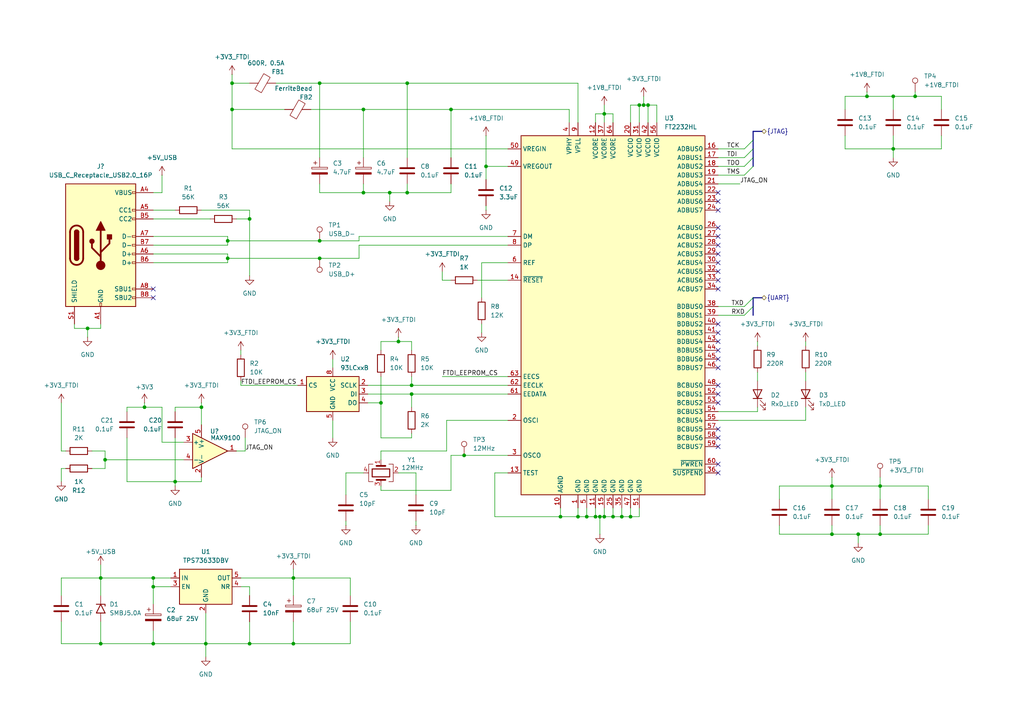
<source format=kicad_sch>
(kicad_sch (version 20231120) (generator "eeschema") (generator_version "8.0")
  (paper "A4")
  (title_block (title "FTDI configuration") (date "2024-03-04") (rev "0.1") (company "Felix Sebastian Nitz "))
  (lib_symbols
    (symbol "Connector:TestPoint" (pin_numbers hide) (pin_names (offset 0.762) hide)
      (property "Reference" "TP" (at 0 6.858 0))
      (property "Value" "TestPoint" (at 0 5.08 0))
      (symbol "TestPoint_1_1"
        (pin passive line (at 0 0 90) (length 2.54) (name "1") (number "1"))
      )
    )
    (symbol "Connector:USB_C_Receptacle_USB2.0_16P" (pin_names (offset 1.016))
      (property "Reference" "J" (at 0 22.225 0))
      (property "Value" "USB_C_Receptacle_USB2.0_16P" (at 0 19.685 0))
      (symbol "USB_C_Receptacle_USB2.0_16P_1_1"
        (pin passive line (at 0 -22.86 90) (length 5.08) (name "GND") (number "A1"))
        (pin passive line (at 0 -22.86 90) (length 5.08) hide (name "GND") (number "A12"))
        (pin passive line (at 15.24 15.24 180) (length 5.08) (name "VBUS") (number "A4"))
        (pin bidirectional line (at 15.24 10.16 180) (length 5.08) (name "CC1") (number "A5"))
        (pin bidirectional line (at 15.24 -2.54 180) (length 5.08) (name "D+") (number "A6"))
        (pin bidirectional line (at 15.24 2.54 180) (length 5.08) (name "D-") (number "A7"))
        (pin bidirectional line (at 15.24 -12.7 180) (length 5.08) (name "SBU1") (number "A8"))
        (pin passive line (at 15.24 15.24 180) (length 5.08) hide (name "VBUS") (number "A9"))
        (pin passive line (at 0 -22.86 90) (length 5.08) hide (name "GND") (number "B1"))
        (pin passive line (at 0 -22.86 90) (length 5.08) hide (name "GND") (number "B12"))
        (pin passive line (at 15.24 15.24 180) (length 5.08) hide (name "VBUS") (number "B4"))
        (pin bidirectional line (at 15.24 7.62 180) (length 5.08) (name "CC2") (number "B5"))
        (pin bidirectional line (at 15.24 -5.08 180) (length 5.08) (name "D+") (number "B6"))
        (pin bidirectional line (at 15.24 0 180) (length 5.08) (name "D-") (number "B7"))
        (pin bidirectional line (at 15.24 -15.24 180) (length 5.08) (name "SBU2") (number "B8"))
        (pin passive line (at 15.24 15.24 180) (length 5.08) hide (name "VBUS") (number "B9"))
        (pin passive line (at -7.62 -22.86 90) (length 5.08) (name "SHIELD") (number "S1"))
      )
    )
    (symbol "Device:C" (pin_numbers hide) (pin_names (offset 0.254))
      (property "Reference" "C" (at 0.635 2.54 0))
      (property "Value" "C" (at 0.635 -2.54 0))
      (symbol "C_1_1"
        (pin passive line (at 0 3.81 270) (length 2.794) (name "~") (number "1"))
        (pin passive line (at 0 -3.81 90) (length 2.794) (name "~") (number "2"))
      )
    )
    (symbol "Device:C_Polarized" (pin_numbers hide) (pin_names (offset 0.254))
      (property "Reference" "C" (at 0.635 2.54 0))
      (property "Value" "C_Polarized" (at 0.635 -2.54 0))
      (symbol "C_Polarized_1_1"
        (pin passive line (at 0 3.81 270) (length 2.794) (name "~") (number "1"))
        (pin passive line (at 0 -3.81 90) (length 2.794) (name "~") (number "2"))
      )
    )
    (symbol "Device:Crystal_GND24" (pin_names (offset 1.016) hide)
      (property "Reference" "Y" (at 3.175 5.08 0))
      (property "Value" "Crystal_GND24" (at 3.175 3.175 0))
      (symbol "Crystal_GND24_1_1"
        (pin passive line (at -3.81 0 0) (length 1.27) (name "1") (number "1"))
        (pin passive line (at 0 5.08 270) (length 1.27) (name "2") (number "2"))
        (pin passive line (at 3.81 0 180) (length 1.27) (name "3") (number "3"))
        (pin passive line (at 0 -5.08 90) (length 1.27) (name "4") (number "4"))
      )
    )
    (symbol "Device:FerriteBead" (pin_numbers hide) (pin_names (offset 0))
      (property "Reference" "FB" (at -3.81 0.635 90))
      (property "Value" "FerriteBead" (at 3.81 0 90))
      (symbol "FerriteBead_1_1"
        (pin passive line (at 0 3.81 270) (length 2.54) (name "~") (number "1"))
        (pin passive line (at 0 -3.81 90) (length 2.54) (name "~") (number "2"))
      )
    )
    (symbol "Device:LED" (pin_numbers hide) (pin_names (offset 1.016) hide)
      (property "Reference" "D" (at 0 2.54 0))
      (property "Value" "LED" (at 0 -2.54 0))
      (symbol "LED_1_1"
        (pin passive line (at -3.81 0 0) (length 2.54) (name "K") (number "1"))
        (pin passive line (at 3.81 0 180) (length 2.54) (name "A") (number "2"))
      )
    )
    (symbol "Device:R" (pin_numbers hide) (pin_names (offset 0))
      (property "Reference" "R" (at 2.032 0 90))
      (property "Value" "R" (at 0 0 90))
      (symbol "R_1_1"
        (pin passive line (at 0 3.81 270) (length 1.27) (name "~") (number "1"))
        (pin passive line (at 0 -3.81 90) (length 1.27) (name "~") (number "2"))
      )
    )
    (symbol "Diode:SMAJ5.0A" (pin_numbers hide) (pin_names (offset 1.016) hide)
      (property "Reference" "D" (at 0 2.54 0))
      (property "Value" "SMAJ5.0A" (at 0 -2.54 0))
      (symbol "SMAJ5.0A_1_1"
        (pin passive line (at -3.81 0 0) (length 2.54) (name "A1") (number "1"))
        (pin passive line (at 3.81 0 180) (length 2.54) (name "A2") (number "2"))
      )
    )
    (symbol "Interface_USB:FT2232HL"
      (property "Reference" "U" (at -26.67 53.34 0))
      (property "Value" "FT2232HL" (at 19.05 53.34 0))
      (symbol "FT2232HL_1_1"
        (pin power_in line (at -10.16 -55.88 90) (length 3.81) (name "GND") (number "1"))
        (pin power_in line (at -15.24 -55.88 90) (length 3.81) (name "AGND") (number "10"))
        (pin power_in line (at -5.08 -55.88 90) (length 3.81) (name "GND") (number "11"))
        (pin power_in line (at -5.08 55.88 270) (length 3.81) (name "VCORE") (number "12"))
        (pin input line (at -30.48 -45.72 0) (length 3.81) (name "TEST") (number "13"))
        (pin input line (at -30.48 10.16 0) (length 3.81) (name "~{RESET}") (number "14"))
        (pin power_in line (at -2.54 -55.88 90) (length 3.81) (name "GND") (number "15"))
        (pin bidirectional line (at 30.48 48.26 180) (length 3.81) (name "ADBUS0") (number "16"))
        (pin bidirectional line (at 30.48 45.72 180) (length 3.81) (name "ADBUS1") (number "17"))
        (pin bidirectional line (at 30.48 43.18 180) (length 3.81) (name "ADBUS2") (number "18"))
        (pin bidirectional line (at 30.48 40.64 180) (length 3.81) (name "ADBUS3") (number "19"))
        (pin input line (at -30.48 -30.48 0) (length 3.81) (name "OSCI") (number "2"))
        (pin power_in line (at 5.08 55.88 270) (length 3.81) (name "VCCIO") (number "20"))
        (pin bidirectional line (at 30.48 38.1 180) (length 3.81) (name "ADBUS4") (number "21"))
        (pin bidirectional line (at 30.48 35.56 180) (length 3.81) (name "ADBUS5") (number "22"))
        (pin bidirectional line (at 30.48 33.02 180) (length 3.81) (name "ADBUS6") (number "23"))
        (pin bidirectional line (at 30.48 30.48 180) (length 3.81) (name "ADBUS7") (number "24"))
        (pin power_in line (at 0 -55.88 90) (length 3.81) (name "GND") (number "25"))
        (pin bidirectional line (at 30.48 25.4 180) (length 3.81) (name "ACBUS0") (number "26"))
        (pin bidirectional line (at 30.48 22.86 180) (length 3.81) (name "ACBUS1") (number "27"))
        (pin bidirectional line (at 30.48 20.32 180) (length 3.81) (name "ACBUS2") (number "28"))
        (pin bidirectional line (at 30.48 17.78 180) (length 3.81) (name "ACBUS3") (number "29"))
        (pin output line (at -30.48 -40.64 0) (length 3.81) (name "OSCO") (number "3"))
        (pin bidirectional line (at 30.48 15.24 180) (length 3.81) (name "ACBUS4") (number "30"))
        (pin power_in line (at 7.62 55.88 270) (length 3.81) (name "VCCIO") (number "31"))
        (pin bidirectional line (at 30.48 12.7 180) (length 3.81) (name "ACBUS5") (number "32"))
        (pin bidirectional line (at 30.48 10.16 180) (length 3.81) (name "ACBUS6") (number "33"))
        (pin bidirectional line (at 30.48 7.62 180) (length 3.81) (name "ACBUS7") (number "34"))
        (pin power_in line (at 2.54 -55.88 90) (length 3.81) (name "GND") (number "35"))
        (pin output line (at 30.48 -45.72 180) (length 3.81) (name "~{SUSPEND}") (number "36"))
        (pin power_in line (at -2.54 55.88 270) (length 3.81) (name "VCORE") (number "37"))
        (pin bidirectional line (at 30.48 2.54 180) (length 3.81) (name "BDBUS0") (number "38"))
        (pin bidirectional line (at 30.48 0 180) (length 3.81) (name "BDBUS1") (number "39"))
        (pin power_in line (at -12.7 55.88 270) (length 3.81) (name "VPHY") (number "4"))
        (pin bidirectional line (at 30.48 -2.54 180) (length 3.81) (name "BDBUS2") (number "40"))
        (pin bidirectional line (at 30.48 -5.08 180) (length 3.81) (name "BDBUS3") (number "41"))
        (pin power_in line (at 10.16 55.88 270) (length 3.81) (name "VCCIO") (number "42"))
        (pin bidirectional line (at 30.48 -7.62 180) (length 3.81) (name "BDBUS4") (number "43"))
        (pin bidirectional line (at 30.48 -10.16 180) (length 3.81) (name "BDBUS5") (number "44"))
        (pin bidirectional line (at 30.48 -12.7 180) (length 3.81) (name "BDBUS6") (number "45"))
        (pin bidirectional line (at 30.48 -15.24 180) (length 3.81) (name "BDBUS7") (number "46"))
        (pin power_in line (at 5.08 -55.88 90) (length 3.81) (name "GND") (number "47"))
        (pin bidirectional line (at 30.48 -20.32 180) (length 3.81) (name "BCBUS0") (number "48"))
        (pin power_out line (at -30.48 43.18 0) (length 3.81) (name "VREGOUT") (number "49"))
        (pin power_in line (at -7.62 -55.88 90) (length 3.81) (name "GND") (number "5"))
        (pin power_in line (at -30.48 48.26 0) (length 3.81) (name "VREGIN") (number "50"))
        (pin power_in line (at 7.62 -55.88 90) (length 3.81) (name "GND") (number "51"))
        (pin bidirectional line (at 30.48 -22.86 180) (length 3.81) (name "BCBUS1") (number "52"))
        (pin bidirectional line (at 30.48 -25.4 180) (length 3.81) (name "BCBUS2") (number "53"))
        (pin bidirectional line (at 30.48 -27.94 180) (length 3.81) (name "BCBUS3") (number "54"))
        (pin bidirectional line (at 30.48 -30.48 180) (length 3.81) (name "BCBUS4") (number "55"))
        (pin power_in line (at 12.7 55.88 270) (length 3.81) (name "VCCIO") (number "56"))
        (pin bidirectional line (at 30.48 -33.02 180) (length 3.81) (name "BCBUS5") (number "57"))
        (pin bidirectional line (at 30.48 -35.56 180) (length 3.81) (name "BCBUS6") (number "58"))
        (pin bidirectional line (at 30.48 -38.1 180) (length 3.81) (name "BCBUS7") (number "59"))
        (pin output line (at -30.48 15.24 0) (length 3.81) (name "REF") (number "6"))
        (pin output line (at 30.48 -43.18 180) (length 3.81) (name "~{PWREN}") (number "60"))
        (pin bidirectional line (at -30.48 -22.86 0) (length 3.81) (name "EEDATA") (number "61"))
        (pin output line (at -30.48 -20.32 0) (length 3.81) (name "EECLK") (number "62"))
        (pin output line (at -30.48 -17.78 0) (length 3.81) (name "EECS") (number "63"))
        (pin power_in line (at 0 55.88 270) (length 3.81) (name "VCORE") (number "64"))
        (pin bidirectional line (at -30.48 22.86 0) (length 3.81) (name "DM") (number "7"))
        (pin bidirectional line (at -30.48 20.32 0) (length 3.81) (name "DP") (number "8"))
        (pin input line (at -10.16 55.88 270) (length 3.81) (name "VPLL") (number "9"))
      )
    )
    (symbol "Memory_EEPROM:93LCxxB"
      (property "Reference" "U" (at -7.62 6.35 0))
      (property "Value" "93LCxxB" (at 2.54 -6.35 0))
      (symbol "93LCxxB_1_1"
        (pin input line (at -10.16 2.54 0) (length 2.54) (name "CS") (number "1"))
        (pin input line (at 10.16 2.54 180) (length 2.54) (name "SCLK") (number "2"))
        (pin input line (at 10.16 0 180) (length 2.54) (name "DI") (number "3"))
        (pin tri_state line (at 10.16 -2.54 180) (length 2.54) (name "DO") (number "4"))
        (pin power_in line (at 0 -7.62 90) (length 2.54) (name "GND") (number "5"))
        (pin no_connect line (at -7.62 0 0) (length 2.54) hide (name "NC") (number "6"))
        (pin no_connect line (at -7.62 -2.54 0) (length 2.54) hide (name "NC") (number "7"))
        (pin power_in line (at 0 7.62 270) (length 2.54) (name "VCC") (number "8"))
      )
    )
    (symbol "ReadoutBoard_Simbols:MAX9100" (pin_names (offset 0.127))
      (property "Reference" "U" (at 1.27 5.715 0))
      (property "Value" "MAX9100" (at 4.445 3.81 0))
      (symbol "MAX9100_1_1"
        (pin output line (at 7.62 0 180) (length 2.54) (name "~") (number "1"))
        (pin power_in line (at -2.54 -7.62 90) (length 3.81) (name "V-") (number "2"))
        (pin input line (at -7.62 2.54 0) (length 2.54) (name "+") (number "3"))
        (pin input line (at -7.62 -2.54 0) (length 2.54) (name "-") (number "4"))
        (pin power_in line (at -2.54 7.62 270) (length 3.81) (name "V+") (number "5"))
      )
    )
    (symbol "Regulator_Linear:TPS73633DBV"
      (property "Reference" "U" (at -6.35 6.35 0))
      (property "Value" "TPS73633DBV" (at 1.27 6.35 0))
      (symbol "TPS73633DBV_1_1"
        (pin power_in line (at -10.16 2.54 0) (length 2.54) (name "IN") (number "1"))
        (pin power_in line (at 0 -7.62 90) (length 2.54) (name "GND") (number "2"))
        (pin input line (at -10.16 0 0) (length 2.54) (name "EN") (number "3"))
        (pin passive line (at 10.16 0 180) (length 2.54) (name "NR") (number "4"))
        (pin power_out line (at 10.16 2.54 180) (length 2.54) (name "OUT") (number "5"))
      )
    )
    (symbol "power:+5C" (power) (pin_numbers hide) (pin_names (offset 0) hide)
      (property "Value" "+5C" (at 0 3.556 0))
      (symbol "+5C_1_1"
        (pin power_in line (at 0 0 90) (length 0) (name "~") (number "1"))
      )
    )
    (symbol "power:GND" (power) (pin_numbers hide) (pin_names (offset 0) hide)
      (property "Value" "GND" (at 0 -3.81 0))
      (symbol "GND_1_1"
        (pin power_in line (at 0 0 270) (length 0) (name "~") (number "1"))
      )
    )
  )
  (junction (at 72.39 186.69))
  (junction (at 259.08 43.18))
  (junction (at 182.88 149.86))
  (junction (at 85.09 186.69))
  (junction (at 105.41 55.88))
  (junction (at 140.97 48.26))
  (junction (at 130.81 31.75))
  (junction (at 115.57 99.06))
  (junction (at 105.41 31.75))
  (junction (at 119.38 114.3))
  (junction (at 44.45 170.18))
  (junction (at 162.56 149.86))
  (junction (at 177.8 149.86))
  (junction (at 170.18 149.86))
  (junction (at 175.26 149.86))
  (junction (at 92.71 69.85))
  (junction (at 265.43 27.94))
  (junction (at 66.04 74.93))
  (junction (at 187.96 30.48))
  (junction (at 259.08 27.94))
  (junction (at 67.31 24.13))
  (junction (at 44.45 186.69))
  (junction (at 241.3 154.94))
  (junction (at 185.42 30.48))
  (junction (at 248.92 154.94))
  (junction (at 118.11 24.13))
  (junction (at 113.03 55.88))
  (junction (at 175.26 33.02))
  (junction (at 25.4 95.25))
  (junction (at 186.69 30.48))
  (junction (at 67.31 31.75))
  (junction (at 118.11 55.88))
  (junction (at 255.27 154.94))
  (junction (at 85.09 167.64))
  (junction (at 29.21 167.64))
  (junction (at 180.34 149.86))
  (junction (at 58.42 118.11))
  (junction (at 66.04 69.85))
  (junction (at 172.72 149.86))
  (junction (at 110.49 116.84))
  (junction (at 119.38 111.76))
  (junction (at 92.71 74.93))
  (junction (at 59.69 186.69))
  (junction (at 44.45 167.64))
  (junction (at 72.39 63.5))
  (junction (at 251.46 27.94))
  (junction (at 41.91 118.11))
  (junction (at 167.64 149.86))
  (junction (at 173.99 149.86))
  (junction (at 92.71 24.13))
  (junction (at 30.48 133.35))
  (junction (at 255.27 140.97))
  (junction (at 241.3 140.97))
  (junction (at 50.8 139.7))
  (junction (at 29.21 186.69))
  (junction (at 134.62 132.08))
  (no_connect (at 208.28 134.62))
  (no_connect (at 208.28 111.76))
  (no_connect (at 208.28 106.68))
  (no_connect (at 208.28 71.12))
  (no_connect (at 44.45 83.82))
  (no_connect (at 208.28 99.06))
  (no_connect (at 208.28 81.28))
  (no_connect (at 208.28 127))
  (no_connect (at 208.28 73.66))
  (no_connect (at 208.28 96.52))
  (no_connect (at 208.28 55.88))
  (no_connect (at 208.28 116.84))
  (no_connect (at 208.28 137.16))
  (no_connect (at 208.28 104.14))
  (no_connect (at 208.28 60.96))
  (no_connect (at 208.28 101.6))
  (no_connect (at 208.28 58.42))
  (no_connect (at 208.28 93.98))
  (no_connect (at 208.28 124.46))
  (no_connect (at 208.28 114.3))
  (no_connect (at 208.28 83.82))
  (no_connect (at 208.28 78.74))
  (no_connect (at 208.28 68.58))
  (no_connect (at 208.28 129.54))
  (no_connect (at 208.28 66.04))
  (no_connect (at 208.28 76.2))
  (no_connect (at 44.45 86.36))
  (bus_entry (at 218.44 48.26) (size -2.54 2.54))
  (bus_entry (at 218.44 40.64) (size -2.54 2.54))
  (bus_entry (at 218.44 88.9) (size -2.54 2.54))
  (bus_entry (at 218.44 86.36) (size -2.54 2.54))
  (bus_entry (at 218.44 43.18) (size -2.54 2.54))
  (bus_entry (at 218.44 45.72) (size -2.54 2.54))
  (wire (pts (xy 44.45 71.12) (xy 66.04 71.12)))
  (wire (pts (xy 208.28 88.9) (xy 215.9 88.9)))
  (wire (pts (xy 58.42 138.43) (xy 58.42 139.7)))
  (wire (pts (xy 113.03 55.88) (xy 113.03 58.42)))
  (wire (pts (xy 186.69 30.48) (xy 185.42 30.48)))
  (wire (pts (xy 147.32 132.08) (xy 134.62 132.08)))
  (wire (pts (xy 140.97 48.26) (xy 140.97 52.07)))
  (wire (pts (xy 50.8 127) (xy 50.8 139.7)))
  (wire (pts (xy 72.39 60.96) (xy 58.42 60.96)))
  (wire (pts (xy 172.72 147.32) (xy 172.72 149.86)))
  (wire (pts (xy 139.7 93.98) (xy 139.7 96.52)))
  (wire (pts (xy 119.38 111.76) (xy 147.32 111.76)))
  (wire (pts (xy 248.92 154.94) (xy 255.27 154.94)))
  (bus (pts (xy 220.98 38.1) (xy 218.44 38.1)))
  (wire (pts (xy 140.97 39.37) (xy 140.97 48.26)))
  (wire (pts (xy 259.08 27.94) (xy 265.43 27.94)))
  (wire (pts (xy 104.14 69.85) (xy 92.71 69.85)))
  (wire (pts (xy 219.71 107.95) (xy 219.71 110.49)))
  (wire (pts (xy 85.09 180.34) (xy 85.09 186.69)))
  (wire (pts (xy 71.12 130.81) (xy 71.12 127)))
  (wire (pts (xy 255.27 138.43) (xy 255.27 140.97)))
  (wire (pts (xy 208.28 45.72) (xy 215.9 45.72)))
  (wire (pts (xy 139.7 76.2) (xy 147.32 76.2)))
  (wire (pts (xy 46.99 128.27) (xy 53.34 128.27)))
  (wire (pts (xy 172.72 35.56) (xy 172.72 33.02)))
  (wire (pts (xy 219.71 99.06) (xy 219.71 100.33)))
  (wire (pts (xy 110.49 116.84) (xy 110.49 127)))
  (wire (pts (xy 100.33 137.16) (xy 100.33 143.51)))
  (wire (pts (xy 185.42 30.48) (xy 185.42 35.56)))
  (wire (pts (xy 143.51 149.86) (xy 162.56 149.86)))
  (wire (pts (xy 259.08 43.18) (xy 259.08 45.72)))
  (wire (pts (xy 29.21 172.72) (xy 29.21 167.64)))
  (wire (pts (xy 41.91 118.11) (xy 46.99 118.11)))
  (bus (pts (xy 218.44 43.18) (xy 218.44 45.72)))
  (wire (pts (xy 59.69 177.8) (xy 59.69 186.69)))
  (wire (pts (xy 92.71 53.34) (xy 92.71 55.88)))
  (wire (pts (xy 130.81 31.75) (xy 165.1 31.75)))
  (wire (pts (xy 140.97 48.26) (xy 147.32 48.26)))
  (wire (pts (xy 26.67 135.89) (xy 30.48 135.89)))
  (wire (pts (xy 182.88 30.48) (xy 182.88 35.56)))
  (wire (pts (xy 119.38 114.3) (xy 119.38 118.11)))
  (wire (pts (xy 72.39 60.96) (xy 72.39 63.5)))
  (wire (pts (xy 233.68 118.11) (xy 233.68 121.92)))
  (wire (pts (xy 72.39 180.34) (xy 72.39 186.69)))
  (wire (pts (xy 50.8 118.11) (xy 50.8 119.38)))
  (wire (pts (xy 21.59 93.98) (xy 21.59 95.25)))
  (wire (pts (xy 208.28 53.34) (xy 214.63 53.34)))
  (wire (pts (xy 241.3 154.94) (xy 248.92 154.94)))
  (wire (pts (xy 226.06 140.97) (xy 241.3 140.97)))
  (wire (pts (xy 106.68 111.76) (xy 119.38 111.76)))
  (wire (pts (xy 172.72 149.86) (xy 173.99 149.86)))
  (wire (pts (xy 118.11 55.88) (xy 130.81 55.88)))
  (bus (pts (xy 220.98 86.36) (xy 218.44 86.36)))
  (wire (pts (xy 241.3 152.4) (xy 241.3 154.94)))
  (wire (pts (xy 29.21 186.69) (xy 44.45 186.69)))
  (wire (pts (xy 120.65 137.16) (xy 120.65 143.51)))
  (wire (pts (xy 69.85 101.6) (xy 69.85 102.87)))
  (bus (pts (xy 218.44 38.1) (xy 218.44 40.64)))
  (wire (pts (xy 208.28 48.26) (xy 215.9 48.26)))
  (wire (pts (xy 67.31 24.13) (xy 67.31 31.75)))
  (wire (pts (xy 259.08 27.94) (xy 259.08 31.75)))
  (wire (pts (xy 68.58 130.81) (xy 71.12 130.81)))
  (wire (pts (xy 29.21 95.25) (xy 29.21 93.98)))
  (wire (pts (xy 44.45 63.5) (xy 60.96 63.5)))
  (wire (pts (xy 147.32 68.58) (xy 104.14 68.58)))
  (wire (pts (xy 273.05 27.94) (xy 273.05 31.75)))
  (wire (pts (xy 186.69 30.48) (xy 186.69 27.94)))
  (wire (pts (xy 130.81 142.24) (xy 110.49 142.24)))
  (wire (pts (xy 90.17 31.75) (xy 105.41 31.75)))
  (wire (pts (xy 226.06 144.78) (xy 226.06 140.97)))
  (wire (pts (xy 180.34 147.32) (xy 180.34 149.86)))
  (wire (pts (xy 44.45 170.18) (xy 44.45 175.26)))
  (wire (pts (xy 72.39 170.18) (xy 72.39 172.72)))
  (wire (pts (xy 129.54 121.92) (xy 147.32 121.92)))
  (wire (pts (xy 50.8 139.7) (xy 58.42 139.7)))
  (wire (pts (xy 110.49 130.81) (xy 129.54 130.81)))
  (wire (pts (xy 17.78 116.84) (xy 17.78 130.81)))
  (wire (pts (xy 92.71 74.93) (xy 104.14 74.93)))
  (wire (pts (xy 119.38 114.3) (xy 147.32 114.3)))
  (wire (pts (xy 69.85 167.64) (xy 85.09 167.64)))
  (wire (pts (xy 106.68 114.3) (xy 119.38 114.3)))
  (wire (pts (xy 245.11 31.75) (xy 245.11 27.94)))
  (wire (pts (xy 118.11 24.13) (xy 118.11 45.72)))
  (wire (pts (xy 172.72 33.02) (xy 175.26 33.02)))
  (wire (pts (xy 115.57 97.79) (xy 115.57 99.06)))
  (wire (pts (xy 162.56 147.32) (xy 162.56 149.86)))
  (wire (pts (xy 120.65 151.13) (xy 120.65 152.4)))
  (wire (pts (xy 269.24 140.97) (xy 269.24 144.78)))
  (wire (pts (xy 17.78 167.64) (xy 29.21 167.64)))
  (wire (pts (xy 49.53 167.64) (xy 44.45 167.64)))
  (wire (pts (xy 173.99 149.86) (xy 175.26 149.86)))
  (bus (pts (xy 218.44 45.72) (xy 218.44 48.26)))
  (wire (pts (xy 69.85 170.18) (xy 72.39 170.18)))
  (wire (pts (xy 134.62 132.08) (xy 130.81 132.08)))
  (wire (pts (xy 44.45 186.69) (xy 44.45 182.88)))
  (wire (pts (xy 147.32 137.16) (xy 143.51 137.16)))
  (wire (pts (xy 69.85 111.76) (xy 86.36 111.76)))
  (wire (pts (xy 251.46 27.94) (xy 259.08 27.94)))
  (wire (pts (xy 165.1 31.75) (xy 165.1 35.56)))
  (wire (pts (xy 101.6 167.64) (xy 85.09 167.64)))
  (wire (pts (xy 259.08 39.37) (xy 259.08 43.18)))
  (wire (pts (xy 105.41 55.88) (xy 113.03 55.88)))
  (wire (pts (xy 92.71 69.85) (xy 66.04 69.85)))
  (wire (pts (xy 208.28 119.38) (xy 219.71 119.38)))
  (wire (pts (xy 245.11 39.37) (xy 245.11 43.18)))
  (wire (pts (xy 46.99 128.27) (xy 46.99 118.11)))
  (wire (pts (xy 143.51 137.16) (xy 143.51 149.86)))
  (wire (pts (xy 170.18 149.86) (xy 172.72 149.86)))
  (wire (pts (xy 66.04 69.85) (xy 66.04 71.12)))
  (wire (pts (xy 17.78 135.89) (xy 17.78 139.7)))
  (wire (pts (xy 130.81 81.28) (xy 128.27 81.28)))
  (wire (pts (xy 29.21 163.83) (xy 29.21 167.64)))
  (wire (pts (xy 29.21 167.64) (xy 44.45 167.64)))
  (wire (pts (xy 36.83 139.7) (xy 50.8 139.7)))
  (wire (pts (xy 85.09 165.1) (xy 85.09 167.64)))
  (wire (pts (xy 21.59 95.25) (xy 25.4 95.25)))
  (wire (pts (xy 177.8 33.02) (xy 177.8 35.56)))
  (wire (pts (xy 44.45 167.64) (xy 44.45 170.18)))
  (wire (pts (xy 255.27 154.94) (xy 269.24 154.94)))
  (wire (pts (xy 105.41 53.34) (xy 105.41 55.88)))
  (wire (pts (xy 58.42 116.84) (xy 58.42 118.11)))
  (wire (pts (xy 245.11 27.94) (xy 251.46 27.94)))
  (wire (pts (xy 167.64 147.32) (xy 167.64 149.86)))
  (wire (pts (xy 269.24 154.94) (xy 269.24 152.4)))
  (wire (pts (xy 265.43 27.94) (xy 273.05 27.94)))
  (wire (pts (xy 17.78 172.72) (xy 17.78 167.64)))
  (wire (pts (xy 30.48 133.35) (xy 53.34 133.35)))
  (wire (pts (xy 46.99 55.88) (xy 46.99 50.8)))
  (wire (pts (xy 104.14 69.85) (xy 104.14 68.58)))
  (wire (pts (xy 115.57 137.16) (xy 120.65 137.16)))
  (wire (pts (xy 180.34 149.86) (xy 182.88 149.86)))
  (wire (pts (xy 80.01 24.13) (xy 92.71 24.13)))
  (wire (pts (xy 255.27 140.97) (xy 255.27 144.78)))
  (wire (pts (xy 92.71 55.88) (xy 105.41 55.88)))
  (wire (pts (xy 44.45 170.18) (xy 49.53 170.18)))
  (wire (pts (xy 241.3 138.43) (xy 241.3 140.97)))
  (wire (pts (xy 173.99 149.86) (xy 173.99 154.94)))
  (wire (pts (xy 36.83 127) (xy 36.83 139.7)))
  (wire (pts (xy 67.31 43.18) (xy 67.31 31.75)))
  (bus (pts (xy 218.44 40.64) (xy 218.44 43.18)))
  (wire (pts (xy 167.64 24.13) (xy 167.64 35.56)))
  (wire (pts (xy 30.48 135.89) (xy 30.48 133.35)))
  (wire (pts (xy 72.39 63.5) (xy 72.39 80.01)))
  (wire (pts (xy 175.26 149.86) (xy 177.8 149.86)))
  (wire (pts (xy 50.8 118.11) (xy 58.42 118.11)))
  (wire (pts (xy 130.81 55.88) (xy 130.81 53.34)))
  (wire (pts (xy 187.96 30.48) (xy 187.96 35.56)))
  (wire (pts (xy 41.91 116.84) (xy 41.91 118.11)))
  (wire (pts (xy 175.26 30.48) (xy 175.26 33.02)))
  (wire (pts (xy 96.52 121.92) (xy 96.52 127)))
  (wire (pts (xy 67.31 31.75) (xy 82.55 31.75)))
  (wire (pts (xy 110.49 101.6) (xy 110.49 99.06)))
  (wire (pts (xy 130.81 132.08) (xy 130.81 142.24)))
  (bus (pts (xy 218.44 88.9) (xy 218.44 91.44)))
  (wire (pts (xy 59.69 186.69) (xy 59.69 190.5)))
  (wire (pts (xy 167.64 149.86) (xy 170.18 149.86)))
  (wire (pts (xy 138.43 81.28) (xy 147.32 81.28)))
  (wire (pts (xy 96.52 104.14) (xy 96.52 106.68)))
  (wire (pts (xy 66.04 68.58) (xy 66.04 69.85)))
  (wire (pts (xy 113.03 55.88) (xy 118.11 55.88)))
  (wire (pts (xy 208.28 91.44) (xy 215.9 91.44)))
  (wire (pts (xy 118.11 24.13) (xy 167.64 24.13)))
  (wire (pts (xy 175.26 33.02) (xy 177.8 33.02)))
  (wire (pts (xy 66.04 74.93) (xy 92.71 74.93)))
  (wire (pts (xy 140.97 59.69) (xy 140.97 60.96)))
  (wire (pts (xy 101.6 186.69) (xy 85.09 186.69)))
  (wire (pts (xy 241.3 140.97) (xy 255.27 140.97)))
  (wire (pts (xy 128.27 78.74) (xy 128.27 81.28)))
  (wire (pts (xy 119.38 99.06) (xy 119.38 101.6)))
  (wire (pts (xy 128.27 109.22) (xy 147.32 109.22)))
  (wire (pts (xy 110.49 116.84) (xy 106.68 116.84)))
  (wire (pts (xy 19.05 130.81) (xy 17.78 130.81)))
  (wire (pts (xy 69.85 110.49) (xy 69.85 111.76)))
  (wire (pts (xy 44.45 186.69) (xy 59.69 186.69)))
  (wire (pts (xy 110.49 127) (xy 119.38 127)))
  (wire (pts (xy 25.4 95.25) (xy 29.21 95.25)))
  (wire (pts (xy 177.8 149.86) (xy 180.34 149.86)))
  (wire (pts (xy 255.27 152.4) (xy 255.27 154.94)))
  (wire (pts (xy 226.06 154.94) (xy 241.3 154.94)))
  (wire (pts (xy 44.45 55.88) (xy 46.99 55.88)))
  (wire (pts (xy 119.38 109.22) (xy 119.38 111.76)))
  (wire (pts (xy 85.09 186.69) (xy 72.39 186.69)))
  (wire (pts (xy 110.49 99.06) (xy 115.57 99.06)))
  (wire (pts (xy 44.45 76.2) (xy 66.04 76.2)))
  (wire (pts (xy 119.38 127) (xy 119.38 125.73)))
  (wire (pts (xy 185.42 30.48) (xy 182.88 30.48)))
  (wire (pts (xy 67.31 21.59) (xy 67.31 24.13)))
  (wire (pts (xy 129.54 130.81) (xy 129.54 121.92)))
  (wire (pts (xy 241.3 140.97) (xy 241.3 144.78)))
  (wire (pts (xy 190.5 35.56) (xy 190.5 30.48)))
  (wire (pts (xy 17.78 180.34) (xy 17.78 186.69)))
  (wire (pts (xy 251.46 26.67) (xy 251.46 27.94)))
  (wire (pts (xy 219.71 118.11) (xy 219.71 119.38)))
  (wire (pts (xy 130.81 31.75) (xy 130.81 45.72)))
  (wire (pts (xy 182.88 147.32) (xy 182.88 149.86)))
  (wire (pts (xy 147.32 43.18) (xy 67.31 43.18)))
  (wire (pts (xy 118.11 53.34) (xy 118.11 55.88)))
  (wire (pts (xy 44.45 60.96) (xy 50.8 60.96)))
  (wire (pts (xy 101.6 180.34) (xy 101.6 186.69)))
  (wire (pts (xy 92.71 24.13) (xy 118.11 24.13)))
  (wire (pts (xy 115.57 99.06) (xy 119.38 99.06)))
  (wire (pts (xy 85.09 172.72) (xy 85.09 167.64)))
  (wire (pts (xy 58.42 118.11) (xy 58.42 123.19)))
  (wire (pts (xy 92.71 24.13) (xy 92.71 45.72)))
  (wire (pts (xy 105.41 137.16) (xy 100.33 137.16)))
  (wire (pts (xy 187.96 30.48) (xy 186.69 30.48)))
  (wire (pts (xy 29.21 180.34) (xy 29.21 186.69)))
  (wire (pts (xy 233.68 99.06) (xy 233.68 100.33)))
  (wire (pts (xy 175.26 147.32) (xy 175.26 149.86)))
  (wire (pts (xy 36.83 119.38) (xy 36.83 118.11)))
  (wire (pts (xy 185.42 149.86) (xy 185.42 147.32)))
  (wire (pts (xy 255.27 140.97) (xy 269.24 140.97)))
  (wire (pts (xy 182.88 149.86) (xy 185.42 149.86)))
  (wire (pts (xy 139.7 86.36) (xy 139.7 76.2)))
  (bus (pts (xy 218.44 86.36) (xy 218.44 88.9)))
  (wire (pts (xy 170.18 147.32) (xy 170.18 149.86)))
  (wire (pts (xy 17.78 186.69) (xy 29.21 186.69)))
  (wire (pts (xy 190.5 30.48) (xy 187.96 30.48)))
  (wire (pts (xy 273.05 43.18) (xy 273.05 39.37)))
  (wire (pts (xy 100.33 152.4) (xy 100.33 151.13)))
  (wire (pts (xy 162.56 149.86) (xy 167.64 149.86)))
  (wire (pts (xy 105.41 31.75) (xy 105.41 45.72)))
  (wire (pts (xy 44.45 68.58) (xy 66.04 68.58)))
  (wire (pts (xy 104.14 74.93) (xy 104.14 71.12)))
  (wire (pts (xy 72.39 186.69) (xy 59.69 186.69)))
  (wire (pts (xy 105.41 31.75) (xy 130.81 31.75)))
  (wire (pts (xy 110.49 109.22) (xy 110.49 116.84)))
  (wire (pts (xy 233.68 107.95) (xy 233.68 110.49)))
  (wire (pts (xy 265.43 26.67) (xy 265.43 27.94)))
  (wire (pts (xy 226.06 152.4) (xy 226.06 154.94)))
  (wire (pts (xy 17.78 135.89) (xy 19.05 135.89)))
  (wire (pts (xy 110.49 142.24) (xy 110.49 140.97)))
  (wire (pts (xy 50.8 140.97) (xy 50.8 139.7)))
  (wire (pts (xy 110.49 133.35) (xy 110.49 130.81)))
  (wire (pts (xy 44.45 73.66) (xy 66.04 73.66)))
  (wire (pts (xy 175.26 33.02) (xy 175.26 35.56)))
  (wire (pts (xy 26.67 130.81) (xy 30.48 130.81)))
  (wire (pts (xy 177.8 147.32) (xy 177.8 149.86)))
  (wire (pts (xy 66.04 74.93) (xy 66.04 76.2)))
  (wire (pts (xy 67.31 24.13) (xy 72.39 24.13)))
  (wire (pts (xy 248.92 154.94) (xy 248.92 157.48)))
  (wire (pts (xy 208.28 43.18) (xy 215.9 43.18)))
  (wire (pts (xy 259.08 43.18) (xy 273.05 43.18)))
  (wire (pts (xy 72.39 63.5) (xy 68.58 63.5)))
  (wire (pts (xy 245.11 43.18) (xy 259.08 43.18)))
  (wire (pts (xy 101.6 172.72) (xy 101.6 167.64)))
  (wire (pts (xy 41.91 118.11) (xy 36.83 118.11)))
  (wire (pts (xy 66.04 73.66) (xy 66.04 74.93)))
  (wire (pts (xy 208.28 121.92) (xy 233.68 121.92)))
  (wire (pts (xy 30.48 130.81) (xy 30.48 133.35)))
  (wire (pts (xy 25.4 97.79) (xy 25.4 95.25)))
  (wire (pts (xy 208.28 50.8) (xy 215.9 50.8)))
  (wire (pts (xy 104.14 71.12) (xy 147.32 71.12)))
  (label "RXD" (at 212.09 91.44 0))
  (label "FTDI_EEPROM_CS" (at 128.27 109.22 0))
  (label "TDO" (at 210.82 48.26 0))
  (label "JTAG_ON" (at 71.12 130.81 0))
  (label "TMS" (at 210.82 50.8 0))
  (label "FTDI_EEPROM_CS" (at 69.85 111.76 0))
  (label "TDI" (at 210.82 45.72 0))
  (label "TCK" (at 210.82 43.18 0))
  (label "TXD" (at 212.09 88.9 0))
  (label "JTAG_ON" (at 214.63 53.34 0))
  (hierarchical_label "{UART}" (shape bidirectional) (at 220.98 86.36 0))
  (hierarchical_label "{JTAG}" (shape bidirectional) (at 220.98 38.1 0))
  (symbol (lib_id "Interface_USB:FT2232HL") (at 177.8 91.44 0) (unit 1)
    (property "Reference" "U3" (at 192.6941 34.29 0) (effects (justify left)))
    (property "Value" "FT2232HL" (at 192.6941 36.83 0) (effects (justify left)))
    (property "Footprint" "Package_QFP:LQFP-64_10x10mm_P0.5mm" (effects (hide yes)))
    (property "Datasheet" "https://www.ftdichip.com/Support/Documents/DataSheets/ICs/DS_FT2232H.pdf" (effects (hide yes)))
    (property "Description" "Hi Speed Double Channel USB UART/FIFO, LQFP-64" (effects (hide yes)))
  )
  (symbol (lib_id "Device:R") (at 134.62 81.28 90) (unit 1)
    (property "Reference" "R7" (at 134.62 74.93 90))
    (property "Value" "1K" (at 134.62 77.47 90))
    (property "Footprint" "Resistor_SMD:R_0805_2012Metric" (effects (hide yes)))
    (property "Description" "Resistor" (effects (hide yes)))
  )
  (symbol (lib_id "power:GND") (at 96.52 127 0) (unit 1)
    (property "Reference" "#PWR09" (effects (hide yes)))
    (property "Value" "GND" (at 96.52 132.08 0))
    (property "Description" "Power symbol creates a global label with name \"GND\" , ground" (effects (hide yes)))
  )
  (symbol (lib_id "Device:C") (at 17.78 176.53 0) (unit 1)
    (property "Reference" "C1" (at 21.59 175.2599 0) (effects (justify left)))
    (property "Value" "0.1uF" (at 21.59 177.7999 0) (effects (justify left)))
    (property "Footprint" "Capacitor_SMD:C_0805_2012Metric" (effects (hide yes)))
    (property "Description" "Unpolarized capacitor" (effects (hide yes)))
  )
  (symbol (lib_id "power:GND") (at 248.92 157.48 0) (unit 1)
    (property "Reference" "#PWR027" (effects (hide yes)))
    (property "Value" "GND" (at 248.92 162.56 0))
    (property "Description" "Power symbol creates a global label with name \"GND\" , ground" (effects (hide yes)))
  )
  (symbol (lib_id "Device:C_Polarized") (at 105.41 49.53 0) (unit 1)
    (property "Reference" "C6" (at 109.22 47.3709 0) (effects (justify left)))
    (property "Value" "4.7uF" (at 109.22 49.9109 0) (effects (justify left)))
    (property "Footprint" "Capacitor_SMD:CP_Elec_3x5.4" (effects (hide yes)))
    (property "Description" "Polarized capacitor" (effects (hide yes)))
  )
  (symbol (lib_id "power:+5C") (at 233.68 99.06 0) (unit 1)
    (property "Reference" "#PWR025" (effects (hide yes)))
    (property "Value" "+3V3_FTDI" (at 233.68 93.98 0))
    (property "Description" "Power symbol creates a global label with name \"+5C\"" (effects (hide yes)))
  )
  (symbol (lib_id "power:+5C") (at 219.71 99.06 0) (unit 1)
    (property "Reference" "#PWR024" (effects (hide yes)))
    (property "Value" "+3V3_FTDI" (at 219.71 93.98 0))
    (property "Description" "Power symbol creates a global label with name \"+5C\"" (effects (hide yes)))
  )
  (symbol (lib_id "power:GND") (at 120.65 152.4 0) (unit 1)
    (property "Reference" "#PWR014" (effects (hide yes)))
    (property "Value" "GND" (at 120.65 157.48 0))
    (property "Description" "Power symbol creates a global label with name \"GND\" , ground" (effects (hide yes)))
  )
  (symbol (lib_id "Device:C") (at 72.39 176.53 0) (unit 1)
    (property "Reference" "C4" (at 76.2 175.2599 0) (effects (justify left)))
    (property "Value" "10nF" (at 76.2 177.7999 0) (effects (justify left)))
    (property "Footprint" "Capacitor_SMD:C_0805_2012Metric" (effects (hide yes)))
    (property "Description" "Unpolarized capacitor" (effects (hide yes)))
  )
  (symbol (lib_id "Device:C") (at 273.05 35.56 0) (unit 1)
    (property "Reference" "C15" (at 276.86 34.2899 0) (effects (justify left)))
    (property "Value" "0.1uF" (at 276.86 36.8299 0) (effects (justify left)))
    (property "Footprint" "Capacitor_SMD:C_0805_2012Metric" (effects (hide yes)))
    (property "Description" "Unpolarized capacitor" (effects (hide yes)))
  )
  (symbol (lib_id "power:GND") (at 17.78 139.7 0) (mirror y) (unit 1)
    (property "Reference" "#PWR031" (effects (hide yes)))
    (property "Value" "GND" (at 17.78 144.78 0))
    (property "Description" "Power symbol creates a global label with name \"GND\" , ground" (effects (hide yes)))
  )
  (symbol (lib_id "Device:C") (at 120.65 147.32 0) (unit 1)
    (property "Reference" "C9" (at 124.46 146.0499 0) (effects (justify left)))
    (property "Value" "10pF" (at 124.46 148.5899 0) (effects (justify left)))
    (property "Footprint" "Capacitor_SMD:C_0805_2012Metric" (effects (hide yes)))
    (property "Description" "Unpolarized capacitor" (effects (hide yes)))
  )
  (symbol (lib_id "Device:C_Polarized") (at 92.71 49.53 0) (unit 1)
    (property "Reference" "C3" (at 96.52 47.3709 0) (effects (justify left)))
    (property "Value" "4.7uF" (at 96.52 49.9109 0) (effects (justify left)))
    (property "Footprint" "Capacitor_SMD:CP_Elec_3x5.4" (effects (hide yes)))
    (property "Description" "Polarized capacitor" (effects (hide yes)))
  )
  (symbol (lib_id "Device:C") (at 241.3 148.59 0) (unit 1)
    (property "Reference" "C17" (at 245.11 147.3199 0) (effects (justify left)))
    (property "Value" "0.1uF" (at 245.11 149.8599 0) (effects (justify left)))
    (property "Footprint" "Capacitor_SMD:C_0805_2012Metric" (effects (hide yes)))
    (property "Description" "Unpolarized capacitor" (effects (hide yes)))
  )
  (symbol (lib_id "Device:LED") (at 219.71 114.3 90) (unit 1)
    (property "Reference" "D2" (at 223.52 114.6174 90) (effects (justify right)))
    (property "Value" "RxD_LED" (at 223.52 117.1574 90) (effects (justify right)))
    (property "Footprint" "LED_SMD:LED_0603_1608Metric" (effects (hide yes)))
    (property "Description" "Light emitting diode" (effects (hide yes)))
  )
  (symbol (lib_id "Connector:TestPoint") (at 71.12 127 0) (unit 1)
    (property "Reference" "TP6" (at 73.66 122.4279 0) (effects (justify left)))
    (property "Value" "JTAG_ON" (at 73.66 124.9679 0) (effects (justify left)))
    (property "Description" "test point" (effects (hide yes)))
  )
  (symbol (lib_id "Device:R") (at 139.7 90.17 0) (unit 1)
    (property "Reference" "R8" (at 142.24 88.8999 0) (effects (justify left)))
    (property "Value" "12K" (at 142.24 91.4399 0) (effects (justify left)))
    (property "Footprint" "Resistor_SMD:R_0805_2012Metric" (effects (hide yes)))
    (property "Description" "Resistor" (effects (hide yes)))
  )
  (symbol (lib_id "power:GND") (at 113.03 58.42 0) (unit 1)
    (property "Reference" "#PWR012" (effects (hide yes)))
    (property "Value" "GND" (at 113.03 63.5 0))
    (property "Description" "Power symbol creates a global label with name \"GND\" , ground" (effects (hide yes)))
  )
  (symbol (lib_id "Connector:TestPoint") (at 92.71 69.85 0) (unit 1)
    (property "Reference" "TP1" (at 95.25 65.2779 0) (effects (justify left)))
    (property "Value" "USB_D-" (at 95.25 67.8179 0) (effects (justify left)))
    (property "Description" "test point" (effects (hide yes)))
  )
  (symbol (lib_id "Connector:TestPoint") (at 134.62 132.08 0) (unit 1)
    (property "Reference" "TP3" (at 137.16 127.5079 0) (effects (justify left)))
    (property "Value" "12MHz" (at 137.16 130.0479 0) (effects (justify left)))
    (property "Description" "test point" (effects (hide yes)))
  )
  (symbol (lib_id "Device:R") (at 69.85 106.68 0) (unit 1)
    (property "Reference" "R2" (at 72.39 105.4099 0) (effects (justify left)))
    (property "Value" "10K" (at 72.39 107.9499 0) (effects (justify left)))
    (property "Footprint" "Resistor_SMD:R_0805_2012Metric" (effects (hide yes)))
    (property "Description" "Resistor" (effects (hide yes)))
  )
  (symbol (lib_id "power:+5C") (at 58.42 116.84 0) (mirror y) (unit 1)
    (property "Reference" "#PWR029" (effects (hide yes)))
    (property "Value" "+3V3_FTDI" (at 58.42 111.76 0))
    (property "Description" "Power symbol creates a global label with name \"+5C\"" (effects (hide yes)))
  )
  (symbol (lib_id "Device:R") (at 119.38 121.92 0) (unit 1)
    (property "Reference" "R6" (at 121.92 120.6499 0) (effects (justify left)))
    (property "Value" "2K" (at 121.92 123.1899 0) (effects (justify left)))
    (property "Footprint" "Resistor_SMD:R_0805_2012Metric" (effects (hide yes)))
    (property "Description" "Resistor" (effects (hide yes)))
  )
  (symbol (lib_id "Device:C") (at 130.81 49.53 0) (unit 1)
    (property "Reference" "C11" (at 134.62 48.2599 0) (effects (justify left)))
    (property "Value" "0.1uF" (at 134.62 50.7999 0) (effects (justify left)))
    (property "Footprint" "Capacitor_SMD:C_0805_2012Metric" (effects (hide yes)))
    (property "Description" "Unpolarized capacitor" (effects (hide yes)))
  )
  (symbol (lib_id "Device:C") (at 269.24 148.59 0) (unit 1)
    (property "Reference" "C19" (at 273.05 147.3199 0) (effects (justify left)))
    (property "Value" "0.1uF" (at 273.05 149.8599 0) (effects (justify left)))
    (property "Footprint" "Capacitor_SMD:C_0805_2012Metric" (effects (hide yes)))
    (property "Description" "Unpolarized capacitor" (effects (hide yes)))
  )
  (symbol (lib_id "power:GND") (at 72.39 80.01 0) (unit 1)
    (property "Reference" "#PWR07" (effects (hide yes)))
    (property "Value" "GND" (at 72.39 85.09 0))
    (property "Description" "Power symbol creates a global label with name \"GND\" , ground" (effects (hide yes)))
  )
  (symbol (lib_id "ReadoutBoard_Simbols:MAX9100") (at 60.96 130.81 0) (unit 1)
    (property "Reference" "U?" (at 62.23 125.095 0))
    (property "Value" "MAX9100" (at 65.405 127 0))
    (property "Footprint" "Package_TO_SOT_SMD:SOT-23-5" (effects (hide yes)))
    (property "Datasheet" "https://www.analog.com/media/en/technical-documentation/data-sheets/MAX9100-MAX9101.pdf" (effects (hide yes)))
  )
  (symbol (lib_id "Device:R") (at 64.77 63.5 270) (unit 1)
    (property "Reference" "R3" (at 64.77 57.15 90))
    (property "Value" "56K" (at 64.77 59.69 90))
    (property "Footprint" "Resistor_SMD:R_0805_2012Metric" (effects (hide yes)))
    (property "Description" "Resistor" (effects (hide yes)))
  )
  (symbol (lib_id "Device:R") (at 233.68 104.14 0) (unit 1)
    (property "Reference" "R10" (at 236.22 102.8699 0) (effects (justify left)))
    (property "Value" "220R" (at 236.22 105.4099 0) (effects (justify left)))
    (property "Footprint" "Resistor_SMD:R_0805_2012Metric" (effects (hide yes)))
    (property "Description" "Resistor" (effects (hide yes)))
  )
  (symbol (lib_id "power:GND") (at 50.8 140.97 0) (mirror y) (unit 1)
    (property "Reference" "#PWR030" (effects (hide yes)))
    (property "Value" "GND" (at 50.8 146.05 0))
    (property "Description" "Power symbol creates a global label with name \"GND\" , ground" (effects (hide yes)))
  )
  (symbol (lib_id "power:+5C") (at 46.99 50.8 0) (unit 1)
    (property "Reference" "#PWR04" (effects (hide yes)))
    (property "Value" "+5V_USB" (at 46.99 45.72 0))
    (property "Description" "Power symbol creates a global label with name \"+5C\"" (effects (hide yes)))
  )
  (symbol (lib_id "power:GND") (at 140.97 60.96 0) (unit 1)
    (property "Reference" "#PWR018" (effects (hide yes)))
    (property "Value" "GND" (at 140.97 66.04 0))
    (property "Description" "Power symbol creates a global label with name \"GND\" , ground" (effects (hide yes)))
  )
  (symbol (lib_id "Device:R") (at 110.49 105.41 0) (unit 1)
    (property "Reference" "R4" (at 113.03 104.1399 0) (effects (justify left)))
    (property "Value" "10K" (at 113.03 106.6799 0) (effects (justify left)))
    (property "Footprint" "Resistor_SMD:R_0805_2012Metric" (effects (hide yes)))
    (property "Description" "Resistor" (effects (hide yes)))
  )
  (symbol (lib_id "Device:C_Polarized") (at 44.45 179.07 0) (unit 1)
    (property "Reference" "C2" (at 48.26 176.9109 0) (effects (justify left)))
    (property "Value" "68uF 25V" (at 48.26 179.4509 0) (effects (justify left)))
    (property "Footprint" "Capacitor_Tantalum_SMD:CP_EIA-7361-38_AVX-V" (effects (hide yes)))
    (property "Description" "Polarized capacitor" (effects (hide yes)))
  )
  (symbol (lib_id "Device:C_Polarized") (at 85.09 176.53 0) (unit 1)
    (property "Reference" "C7" (at 88.9 174.3709 0) (effects (justify left)))
    (property "Value" "68uF 25V" (at 88.9 176.9109 0) (effects (justify left)))
    (property "Footprint" "Capacitor_Tantalum_SMD:CP_EIA-7361-38_AVX-V" (effects (hide yes)))
    (property "Description" "Polarized capacitor" (effects (hide yes)))
  )
  (symbol (lib_id "Device:R") (at 119.38 105.41 0) (unit 1)
    (property "Reference" "R5" (at 121.92 104.1399 0) (effects (justify left)))
    (property "Value" "10K" (at 121.92 106.6799 0) (effects (justify left)))
    (property "Footprint" "Resistor_SMD:R_0805_2012Metric" (effects (hide yes)))
    (property "Description" "Resistor" (effects (hide yes)))
  )
  (symbol (lib_id "Device:FerriteBead") (at 76.2 24.13 90) (unit 1)
    (property "Reference" "FB1" (at 82.55 20.828 90) (effects (justify left)))
    (property "Value" "600R, 0.5A" (at 82.55 18.288 90) (effects (justify left)))
    (property "Footprint" "Inductor_SMD:L_0805_2012Metric" (effects (hide yes)))
    (property "Description" "Ferrite bead" (effects (hide yes)))
  )
  (symbol (lib_id "Device:C") (at 36.83 123.19 0) (mirror y) (unit 1)
    (property "Reference" "C21" (at 33.02 121.9199 0) (effects (justify left)))
    (property "Value" "0.1uF" (at 33.02 124.4599 0) (effects (justify left)))
    (property "Footprint" "Capacitor_SMD:C_0805_2012Metric" (effects (hide yes)))
    (property "Description" "Unpolarized capacitor" (effects (hide yes)))
  )
  (symbol (lib_id "Connector:TestPoint") (at 265.43 26.67 0) (unit 1)
    (property "Reference" "TP4" (at 267.97 22.0979 0) (effects (justify left)))
    (property "Value" "+1V8_FTDI" (at 267.97 24.6379 0) (effects (justify left)))
    (property "Description" "test point" (effects (hide yes)))
  )
  (symbol (lib_id "Connector:USB_C_Receptacle_USB2.0_16P") (at 29.21 71.12 0) (unit 1)
    (property "Reference" "J?" (at 29.21 48.26 0))
    (property "Value" "USB_C_Receptacle_USB2.0_16P" (at 29.21 50.8 0))
    (property "Footprint" "Connector_USB:USB_C_Receptacle_GCT_USB4110" (effects (hide yes)))
    (property "Datasheet" "https://www.usb.org/sites/default/files/documents/usb_type-c.zip" (effects (hide yes)))
    (property "Description" "USB 2.0-only 16P Type-C Receptacle connector" (effects (hide yes)))
  )
  (symbol (lib_id "Device:Crystal_GND24") (at 110.49 137.16 270) (unit 1)
    (property "Reference" "Y1" (at 119.38 133.35 90))
    (property "Value" "12MHz" (at 119.634 135.636 90))
    (property "Footprint" "Crystal:Crystal_SMD_Abracon_ABM3B-4Pin_5.0x3.2mm" (effects (hide yes)))
    (property "Description" "Four pin crystal, GND on pins 2 and 4" (effects (hide yes)))
  )
  (symbol (lib_id "Device:R") (at 54.61 60.96 90) (unit 1)
    (property "Reference" "R1" (at 54.61 54.61 90))
    (property "Value" "56K" (at 54.61 57.15 90))
    (property "Footprint" "Resistor_SMD:R_0805_2012Metric" (effects (hide yes)))
    (property "Description" "Resistor" (effects (hide yes)))
  )
  (symbol (lib_id "power:+5C") (at 186.69 27.94 0) (unit 1)
    (property "Reference" "#PWR023" (effects (hide yes)))
    (property "Value" "+3V3_FTDI" (at 186.69 22.86 0))
    (property "Description" "Power symbol creates a global label with name \"+5C\"" (effects (hide yes)))
  )
  (symbol (lib_id "Device:C") (at 245.11 35.56 0) (unit 1)
    (property "Reference" "C13" (at 248.92 34.2899 0) (effects (justify left)))
    (property "Value" "0.1uF" (at 248.92 36.8299 0) (effects (justify left)))
    (property "Footprint" "Capacitor_SMD:C_0805_2012Metric" (effects (hide yes)))
    (property "Description" "Unpolarized capacitor" (effects (hide yes)))
  )
  (symbol (lib_id "Device:C") (at 140.97 55.88 0) (unit 1)
    (property "Reference" "C12" (at 144.78 54.6099 0) (effects (justify left)))
    (property "Value" "3.3uF" (at 144.78 57.1499 0) (effects (justify left)))
    (property "Footprint" "Capacitor_SMD:C_0805_2012Metric" (effects (hide yes)))
    (property "Description" "Unpolarized capacitor" (effects (hide yes)))
  )
  (symbol (lib_id "power:GND") (at 259.08 45.72 0) (unit 1)
    (property "Reference" "#PWR020" (effects (hide yes)))
    (property "Value" "GND" (at 259.08 50.8 0))
    (property "Description" "Power symbol creates a global label with name \"GND\" , ground" (effects (hide yes)))
  )
  (symbol (lib_id "power:GND") (at 59.69 190.5 0) (unit 1)
    (property "Reference" "#PWR06" (effects (hide yes)))
    (property "Value" "GND" (at 59.69 195.58 0))
    (property "Description" "Power symbol creates a global label with name \"GND\" , ground" (effects (hide yes)))
  )
  (symbol (lib_id "Device:C") (at 118.11 49.53 0) (unit 1)
    (property "Reference" "C8" (at 121.92 48.2599 0) (effects (justify left)))
    (property "Value" "0.1uF" (at 121.92 50.7999 0) (effects (justify left)))
    (property "Footprint" "Capacitor_SMD:C_0805_2012Metric" (effects (hide yes)))
    (property "Description" "Unpolarized capacitor" (effects (hide yes)))
  )
  (symbol (lib_id "Connector:TestPoint") (at 255.27 138.43 0) (unit 1)
    (property "Reference" "TP5" (at 257.81 133.8579 0) (effects (justify left)))
    (property "Value" "+3V3_FTDI" (at 257.81 136.3979 0) (effects (justify left)))
    (property "Description" "test point" (effects (hide yes)))
  )
  (symbol (lib_id "Regulator_Linear:TPS73633DBV") (at 59.69 170.18 0) (unit 1)
    (property "Reference" "U1" (at 59.69 160.02 0))
    (property "Value" "TPS73633DBV" (at 59.69 162.56 0))
    (property "Footprint" "Package_TO_SOT_SMD:SOT-23-5" (effects (hide yes)))
    (property "Datasheet" "http://www.ti.com/lit/ds/symlink/tps736.pdf" (effects (hide yes)))
    (property "Description" "Cap free NMOS 400mA Low Drop 3.3V Regulator, SOT-23-5" (effects (hide yes)))
  )
  (symbol (lib_id "power:+5C") (at 17.78 116.84 0) (mirror y) (unit 1)
    (property "Reference" "#PWR032" (effects (hide yes)))
    (property "Value" "+3V3_FTDI" (at 17.78 111.76 0))
    (property "Description" "Power symbol creates a global label with name \"+5C\"" (effects (hide yes)))
  )
  (symbol (lib_id "power:GND") (at 173.99 154.94 0) (unit 1)
    (property "Reference" "#PWR021" (effects (hide yes)))
    (property "Value" "GND" (at 173.99 160.02 0))
    (property "Description" "Power symbol creates a global label with name \"GND\" , ground" (effects (hide yes)))
  )
  (symbol (lib_id "Device:FerriteBead") (at 86.36 31.75 90) (unit 1)
    (property "Reference" "FB2" (at 90.678 28.194 90) (effects (justify left)))
    (property "Value" "FerriteBead" (at 90.678 25.654 90) (effects (justify left)))
    (property "Description" "Ferrite bead" (effects (hide yes)))
  )
  (symbol (lib_id "Connector:TestPoint") (at 92.71 74.93 180) (unit 1)
    (property "Reference" "TP2" (at 95.25 76.9619 0) (effects (justify right)))
    (property "Value" "USB_D+" (at 95.25 79.5019 0) (effects (justify right)))
    (property "Description" "test point" (effects (hide yes)))
  )
  (symbol (lib_id "power:+5C") (at 175.26 30.48 0) (unit 1)
    (property "Reference" "#PWR022" (effects (hide yes)))
    (property "Value" "+1V8_FTDI" (at 175.26 25.4 0))
    (property "Description" "Power symbol creates a global label with name \"+5C\"" (effects (hide yes)))
  )
  (symbol (lib_id "power:+5C") (at 251.46 26.67 0) (unit 1)
    (property "Reference" "#PWR019" (effects (hide yes)))
    (property "Value" "+1V8_FTDI" (at 251.46 21.59 0))
    (property "Description" "Power symbol creates a global label with name \"+5C\"" (effects (hide yes)))
  )
  (symbol (lib_id "power:+5C") (at 115.57 97.79 0) (unit 1)
    (property "Reference" "#PWR013" (effects (hide yes)))
    (property "Value" "+3V3_FTDI" (at 115.57 92.71 0))
    (property "Description" "Power symbol creates a global label with name \"+5C\"" (effects (hide yes)))
  )
  (symbol (lib_id "power:+5C") (at 128.27 78.74 0) (unit 1)
    (property "Reference" "#PWR015" (effects (hide yes)))
    (property "Value" "+3V3_FTDI" (at 128.27 73.66 0))
    (property "Description" "Power symbol creates a global label with name \"+5C\"" (effects (hide yes)))
  )
  (symbol (lib_id "Diode:SMAJ5.0A") (at 29.21 176.53 270) (unit 1)
    (property "Reference" "D1" (at 31.75 175.2599 90) (effects (justify left)))
    (property "Value" "SMBJ5.0A" (at 31.75 177.7999 90) (effects (justify left)))
    (property "Footprint" "Diode_SMD:D_SMA" (effects (hide yes)))
    (property "Datasheet" "https://www.littelfuse.com/media?resourcetype=datasheets&itemid=75e32973-b177-4ee3-a0ff-cedaf1abdb93&filename=smaj-datasheet" (effects (hide yes)))
    (property "Description" "600W unidirectional Transient Voltage Suppressor, 5.0Vr, SMB(DO-214AC)" (effects (hide yes)))
  )
  (symbol (lib_id "Device:C") (at 50.8 123.19 0) (mirror y) (unit 1)
    (property "Reference" "C20" (at 46.99 121.9199 0) (effects (justify left)))
    (property "Value" "0.1uF" (at 46.99 124.4599 0) (effects (justify left)))
    (property "Footprint" "Capacitor_SMD:C_0805_2012Metric" (effects (hide yes)))
    (property "Description" "Unpolarized capacitor" (effects (hide yes)))
  )
  (symbol (lib_id "power:+5C") (at 140.97 39.37 0) (unit 1)
    (property "Reference" "#PWR017" (effects (hide yes)))
    (property "Value" "+1V8_FTDI" (at 140.97 34.29 0))
    (property "Description" "Power symbol creates a global label with name \"+5C\"" (effects (hide yes)))
  )
  (symbol (lib_id "power:+5C") (at 41.91 116.84 0) (mirror y) (unit 1)
    (property "Reference" "#PWR033" (effects (hide yes)))
    (property "Value" "+3V3" (at 41.91 112.268 0))
    (property "Description" "Power symbol creates a global label with name \"+5C\"" (effects (hide yes)))
  )
  (symbol (lib_id "Device:C") (at 226.06 148.59 0) (unit 1)
    (property "Reference" "C16" (at 229.87 147.3199 0) (effects (justify left)))
    (property "Value" "0.1uF" (at 229.87 149.8599 0) (effects (justify left)))
    (property "Footprint" "Capacitor_SMD:C_0805_2012Metric" (effects (hide yes)))
    (property "Description" "Unpolarized capacitor" (effects (hide yes)))
  )
  (symbol (lib_id "power:GND") (at 25.4 97.79 0) (unit 1)
    (property "Reference" "#PWR01" (effects (hide yes)))
    (property "Value" "GND" (at 25.4 102.87 0))
    (property "Description" "Power symbol creates a global label with name \"GND\" , ground" (effects (hide yes)))
  )
  (symbol (lib_id "Device:R") (at 22.86 135.89 90) (mirror x) (unit 1)
    (property "Reference" "R12" (at 22.86 142.24 90))
    (property "Value" "1K" (at 22.86 139.7 90))
    (property "Footprint" "Resistor_SMD:R_0805_2012Metric" (effects (hide yes)))
    (property "Description" "Resistor" (effects (hide yes)))
  )
  (symbol (lib_id "Memory_EEPROM:93LCxxB") (at 96.52 114.3 0) (unit 1)
    (property "Reference" "U2" (at 98.7141 104.14 0) (effects (justify left)))
    (property "Value" "93LCxxB" (at 98.7141 106.68 0) (effects (justify left)))
    (property "Footprint" "Package_SO:TSSOP-8_4.4x3mm_P0.65mm" (effects (hide yes)))
    (property "Datasheet" "http://ww1.microchip.com/downloads/en/DeviceDoc/20001749K.pdf" (effects (hide yes)))
    (property "Description" "Serial EEPROM, 93 Series, 2.5V, DIP-8/SOIC-8" (effects (hide yes)))
  )
  (symbol (lib_id "power:+5C") (at 241.3 138.43 0) (unit 1)
    (property "Reference" "#PWR026" (effects (hide yes)))
    (property "Value" "+3V3_FTDI" (at 241.3 133.35 0))
    (property "Description" "Power symbol creates a global label with name \"+5C\"" (effects (hide yes)))
  )
  (symbol (lib_id "power:+5C") (at 67.31 21.59 0) (unit 1)
    (property "Reference" "#PWR03" (effects (hide yes)))
    (property "Value" "+3V3_FTDI" (at 67.31 16.51 0))
    (property "Description" "Power symbol creates a global label with name \"+5C\"" (effects (hide yes)))
  )
  (symbol (lib_id "Device:LED") (at 233.68 114.3 90) (unit 1)
    (property "Reference" "D3" (at 237.49 114.6174 90) (effects (justify right)))
    (property "Value" "TxD_LED" (at 237.49 117.1574 90) (effects (justify right)))
    (property "Footprint" "LED_SMD:LED_0603_1608Metric" (effects (hide yes)))
    (property "Description" "Light emitting diode" (effects (hide yes)))
  )
  (symbol (lib_id "Device:C") (at 101.6 176.53 0) (unit 1)
    (property "Reference" "C10" (at 105.41 175.2599 0) (effects (justify left)))
    (property "Value" "0.1uF" (at 105.41 177.7999 0) (effects (justify left)))
    (property "Footprint" "Capacitor_SMD:C_0805_2012Metric" (effects (hide yes)))
    (property "Description" "Unpolarized capacitor" (effects (hide yes)))
  )
  (symbol (lib_id "power:+5C") (at 85.09 165.1 0) (unit 1)
    (property "Reference" "#PWR011" (effects (hide yes)))
    (property "Value" "+3V3_FTDI" (at 85.09 161.29 0))
    (property "Description" "Power symbol creates a global label with name \"+5C\"" (effects (hide yes)))
  )
  (symbol (lib_id "Device:C") (at 259.08 35.56 0) (unit 1)
    (property "Reference" "C14" (at 262.89 34.2899 0) (effects (justify left)))
    (property "Value" "0.1uF" (at 262.89 36.8299 0) (effects (justify left)))
    (property "Footprint" "Capacitor_SMD:C_0805_2012Metric" (effects (hide yes)))
    (property "Description" "Unpolarized capacitor" (effects (hide yes)))
  )
  (symbol (lib_id "power:+5C") (at 29.21 163.83 0) (unit 1)
    (property "Reference" "#PWR02" (effects (hide yes)))
    (property "Value" "+5V_USB" (at 29.21 160.02 0))
    (property "Description" "Power symbol creates a global label with name \"+5C\"" (effects (hide yes)))
  )
  (symbol (lib_id "Device:C") (at 100.33 147.32 0) (unit 1)
    (property "Reference" "C5" (at 104.14 143.5099 0) (effects (justify left)))
    (property "Value" "10pF" (at 104.14 146.0499 0) (effects (justify left)))
    (property "Footprint" "Capacitor_SMD:C_0805_2012Metric" (effects (hide yes)))
    (property "Description" "Unpolarized capacitor" (effects (hide yes)))
  )
  (symbol (lib_id "power:+5C") (at 69.85 101.6 0) (unit 1)
    (property "Reference" "#PWR05" (effects (hide yes)))
    (property "Value" "+3V3_FTDI" (at 69.85 96.52 0))
    (property "Description" "Power symbol creates a global label with name \"+5C\"" (effects (hide yes)))
  )
  (symbol (lib_id "Device:R") (at 219.71 104.14 0) (unit 1)
    (property "Reference" "R9" (at 222.25 102.8699 0) (effects (justify left)))
    (property "Value" "220R" (at 222.25 105.4099 0) (effects (justify left)))
    (property "Footprint" "Resistor_SMD:R_0805_2012Metric" (effects (hide yes)))
    (property "Description" "Resistor" (effects (hide yes)))
  )
  (symbol (lib_id "power:+5C") (at 96.52 104.14 0) (unit 1)
    (property "Reference" "#PWR08" (effects (hide yes)))
    (property "Value" "+3V3_FTDI" (at 96.52 99.06 0))
    (property "Description" "Power symbol creates a global label with name \"+5C\"" (effects (hide yes)))
  )
  (symbol (lib_id "power:GND") (at 139.7 96.52 0) (unit 1)
    (property "Reference" "#PWR016" (effects (hide yes)))
    (property "Value" "GND" (at 139.7 101.6 0))
    (property "Description" "Power symbol creates a global label with name \"GND\" , ground" (effects (hide yes)))
  )
  (symbol (lib_id "power:GND") (at 100.33 152.4 0) (unit 1)
    (property "Reference" "#PWR010" (effects (hide yes)))
    (property "Value" "GND" (at 100.33 157.48 0))
    (property "Description" "Power symbol creates a global label with name \"GND\" , ground" (effects (hide yes)))
  )
  (symbol (lib_id "Device:C") (at 255.27 148.59 0) (unit 1)
    (property "Reference" "C18" (at 259.08 147.3199 0) (effects (justify left)))
    (property "Value" "0.1uF" (at 259.08 149.8599 0) (effects (justify left)))
    (property "Footprint" "Capacitor_SMD:C_0805_2012Metric" (effects (hide yes)))
    (property "Description" "Unpolarized capacitor" (effects (hide yes)))
  )
  (symbol (lib_id "Device:R") (at 22.86 130.81 90) (unit 1)
    (property "Reference" "R11" (at 22.86 124.46 90))
    (property "Value" "2K" (at 22.86 127 90))
    (property "Footprint" "Resistor_SMD:R_0805_2012Metric" (effects (hide yes)))
    (property "Description" "Resistor" (effects (hide yes)))
  )
)
</source>
